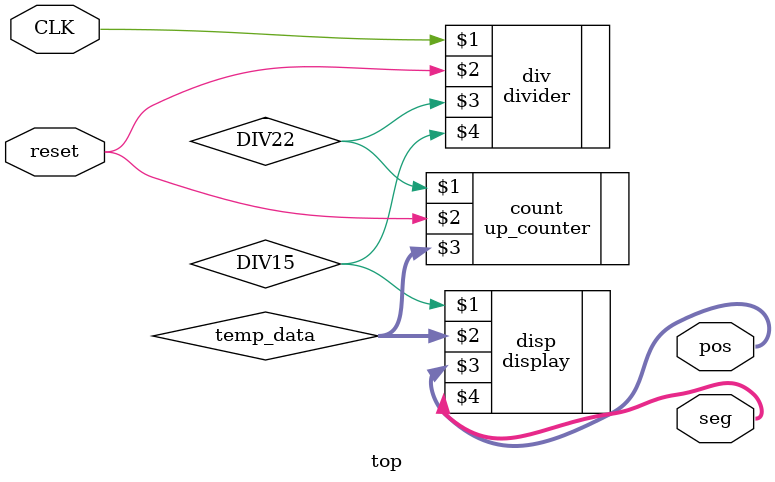
<source format=v>
`timescale 1ns / 1ps


module top(
    input CLK, reset,
    output [1:0] pos, // position to display
    output [7:0] seg // digit format
    );
    wire [7:0] temp_data;
    wire DIV22, DIV15;
    
    divider div(CLK, reset, DIV22, DIV15);
    up_counter count(DIV22, reset, temp_data);
    display disp(DIV15, temp_data, pos, seg);
endmodule


</source>
